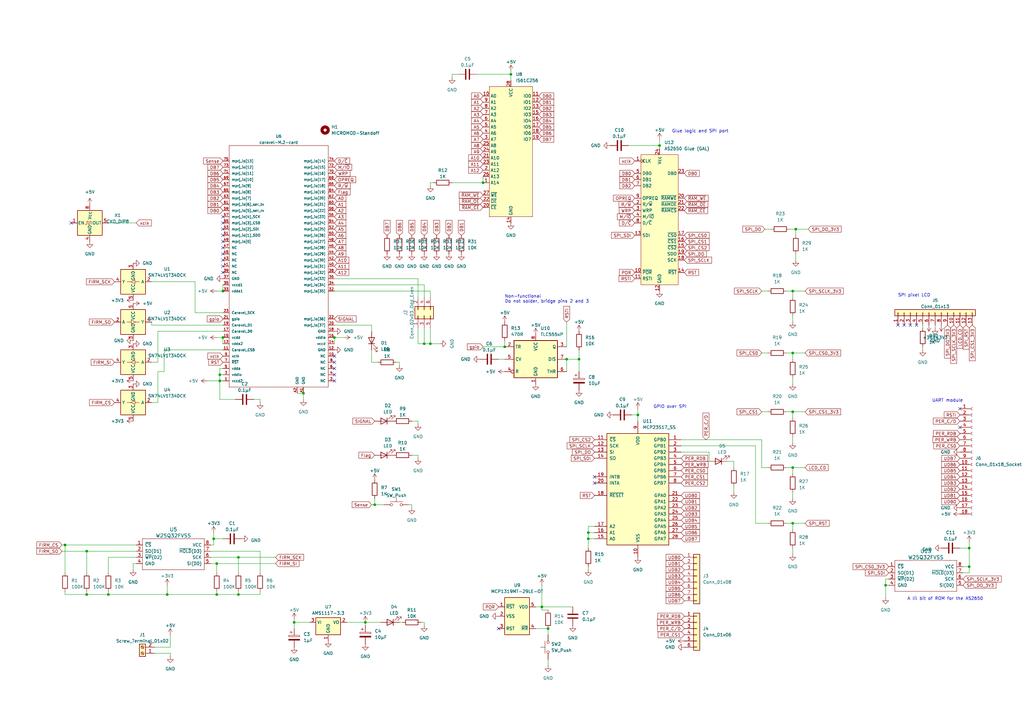
<source format=kicad_sch>
(kicad_sch (version 20230121) (generator eeschema)
  (paper "A3")
  (junction (at 207.01 142.24))
  (junction (at 261.62 170.18))
  (junction (at 325.12 214.63))
  (junction (at 91.44 119.38))
  (junction (at 241.3 218.44))
  (junction (at 222.25 248.92))
  (junction (at 35.56 243.84))
  (junction (at 137.16 138.43))
  (junction (at 44.45 243.84))
  (junction (at 270.51 59.69))
  (junction (at 397.51 232.41))
  (junction (at 35.56 226.06))
  (junction (at 241.3 220.98))
  (junction (at 325.12 191.77))
  (junction (at 97.79 228.6))
  (junction (at 173.99 140.97))
  (junction (at 87.63 220.98))
  (junction (at 91.44 138.43))
  (junction (at 325.12 144.78))
  (junction (at 325.12 168.91))
  (junction (at 198.12 74.93))
  (junction (at 232.41 147.32))
  (junction (at 209.55 30.48))
  (junction (at 363.22 240.03))
  (junction (at 97.79 243.84))
  (junction (at 26.67 223.52))
  (junction (at 237.49 147.32))
  (junction (at 153.67 207.01))
  (junction (at 88.9 243.84))
  (junction (at 397.51 224.79))
  (junction (at 120.65 255.27))
  (junction (at 325.12 119.38))
  (junction (at 90.17 156.21))
  (junction (at 124.46 161.29))
  (junction (at 326.39 93.98))
  (junction (at 149.86 255.27))
  (junction (at 90.17 153.67))
  (junction (at 224.79 257.81))
  (junction (at 88.9 231.14))
  (junction (at 176.53 140.97))
  (junction (at 68.58 243.84))
  (no_connect (at 91.44 101.6))
  (no_connect (at 137.16 148.59))
  (no_connect (at 137.16 153.67))
  (no_connect (at 393.7 167.64))
  (no_connect (at 91.44 111.76))
  (no_connect (at 204.47 257.81))
  (no_connect (at 137.16 151.13))
  (no_connect (at 137.16 146.05))
  (no_connect (at 91.44 99.06))
  (no_connect (at 375.92 133.35))
  (no_connect (at 243.84 195.58))
  (no_connect (at 29.21 91.44))
  (no_connect (at 368.3 133.35))
  (no_connect (at 243.84 198.12))
  (no_connect (at 393.7 175.26))
  (no_connect (at 91.44 91.44))
  (no_connect (at 373.38 133.35))
  (no_connect (at 91.44 109.22))
  (no_connect (at 137.16 156.21))
  (no_connect (at 91.44 104.14))
  (no_connect (at 91.44 93.98))
  (no_connect (at 91.44 88.9))
  (no_connect (at 91.44 106.68))
  (no_connect (at 91.44 96.52))
  (no_connect (at 370.84 133.35))
  (wire (pts (xy 185.42 30.48) (xy 187.96 30.48)))
  (wire (pts (xy 44.45 242.57) (xy 44.45 243.84)))
  (wire (pts (xy 153.67 204.47) (xy 153.67 207.01)))
  (wire (pts (xy 124.46 161.29) (xy 121.92 161.29)))
  (wire (pts (xy 195.58 30.48) (xy 209.55 30.48)))
  (wire (pts (xy 44.45 243.84) (xy 68.58 243.84)))
  (wire (pts (xy 241.3 224.79) (xy 241.3 220.98)))
  (wire (pts (xy 312.42 180.34) (xy 312.42 191.77)))
  (wire (pts (xy 26.67 242.57) (xy 26.67 243.84)))
  (wire (pts (xy 222.25 248.92) (xy 234.95 248.92)))
  (wire (pts (xy 397.51 234.95) (xy 397.51 232.41)))
  (wire (pts (xy 219.71 257.81) (xy 224.79 257.81)))
  (wire (pts (xy 222.25 240.03) (xy 222.25 248.92)))
  (wire (pts (xy 290.83 185.42) (xy 290.83 189.23)))
  (wire (pts (xy 325.12 191.77) (xy 330.2 191.77)))
  (wire (pts (xy 106.68 226.06) (xy 106.68 234.95)))
  (wire (pts (xy 152.4 133.35) (xy 152.4 135.89)))
  (wire (pts (xy 87.63 220.98) (xy 91.44 220.98)))
  (wire (pts (xy 325.12 179.07) (xy 325.12 181.61)))
  (wire (pts (xy 163.83 255.27) (xy 165.1 255.27)))
  (wire (pts (xy 209.55 30.48) (xy 209.55 33.02)))
  (wire (pts (xy 137.16 116.84) (xy 173.99 116.84)))
  (wire (pts (xy 300.99 189.23) (xy 300.99 191.77)))
  (wire (pts (xy 64.77 165.1) (xy 62.23 165.1)))
  (wire (pts (xy 80.01 115.57) (xy 80.01 128.27)))
  (wire (pts (xy 325.12 119.38) (xy 330.2 119.38)))
  (wire (pts (xy 309.88 214.63) (xy 314.96 214.63)))
  (wire (pts (xy 171.45 140.97) (xy 171.45 134.62)))
  (wire (pts (xy 224.79 270.51) (xy 224.79 273.05)))
  (wire (pts (xy 69.85 260.35) (xy 69.85 265.43)))
  (wire (pts (xy 171.45 186.69) (xy 171.45 187.96)))
  (wire (pts (xy 172.72 255.27) (xy 173.99 255.27)))
  (wire (pts (xy 87.63 218.44) (xy 87.63 220.98)))
  (wire (pts (xy 309.88 182.88) (xy 309.88 214.63)))
  (wire (pts (xy 86.36 231.14) (xy 88.9 231.14)))
  (wire (pts (xy 237.49 147.32) (xy 232.41 147.32)))
  (wire (pts (xy 25.4 223.52) (xy 26.67 223.52)))
  (wire (pts (xy 393.7 224.79) (xy 397.51 224.79)))
  (wire (pts (xy 137.16 119.38) (xy 176.53 119.38)))
  (wire (pts (xy 85.09 156.21) (xy 90.17 156.21)))
  (wire (pts (xy 167.64 207.01) (xy 168.91 207.01)))
  (wire (pts (xy 54.61 233.68) (xy 54.61 231.14)))
  (wire (pts (xy 88.9 119.38) (xy 91.44 119.38)))
  (wire (pts (xy 90.17 163.83) (xy 90.17 156.21)))
  (wire (pts (xy 176.53 140.97) (xy 173.99 140.97)))
  (wire (pts (xy 87.63 220.98) (xy 87.63 223.52)))
  (wire (pts (xy 378.46 133.35) (xy 378.46 134.62)))
  (wire (pts (xy 323.85 93.98) (xy 326.39 93.98)))
  (wire (pts (xy 90.17 151.13) (xy 90.17 153.67)))
  (wire (pts (xy 67.31 152.4) (xy 64.77 152.4)))
  (wire (pts (xy 35.56 243.84) (xy 44.45 243.84)))
  (wire (pts (xy 149.86 255.27) (xy 149.86 256.54)))
  (wire (pts (xy 44.45 91.44) (xy 55.88 91.44)))
  (wire (pts (xy 106.68 163.83) (xy 106.68 165.1)))
  (wire (pts (xy 259.08 170.18) (xy 261.62 170.18)))
  (wire (pts (xy 91.44 143.51) (xy 67.31 143.51)))
  (wire (pts (xy 152.4 143.51) (xy 152.4 148.59)))
  (wire (pts (xy 86.36 228.6) (xy 97.79 228.6)))
  (wire (pts (xy 363.22 245.11) (xy 363.22 240.03)))
  (wire (pts (xy 173.99 140.97) (xy 173.99 134.62)))
  (wire (pts (xy 91.44 151.13) (xy 90.17 151.13)))
  (wire (pts (xy 44.45 228.6) (xy 44.45 234.95)))
  (wire (pts (xy 397.51 232.41) (xy 394.97 232.41)))
  (wire (pts (xy 322.58 119.38) (xy 325.12 119.38)))
  (wire (pts (xy 298.45 189.23) (xy 300.99 189.23)))
  (wire (pts (xy 69.85 265.43) (xy 63.5 265.43)))
  (wire (pts (xy 64.77 152.4) (xy 64.77 165.1)))
  (wire (pts (xy 325.12 201.93) (xy 325.12 204.47)))
  (wire (pts (xy 67.31 143.51) (xy 67.31 152.4)))
  (wire (pts (xy 91.44 133.35) (xy 62.23 133.35)))
  (wire (pts (xy 54.61 231.14) (xy 55.88 231.14)))
  (wire (pts (xy 177.8 74.93) (xy 176.53 74.93)))
  (wire (pts (xy 26.67 243.84) (xy 35.56 243.84)))
  (wire (pts (xy 325.12 119.38) (xy 325.12 121.92)))
  (wire (pts (xy 88.9 242.57) (xy 88.9 243.84)))
  (wire (pts (xy 25.4 226.06) (xy 35.56 226.06)))
  (wire (pts (xy 142.24 255.27) (xy 149.86 255.27)))
  (wire (pts (xy 171.45 114.3) (xy 137.16 114.3)))
  (wire (pts (xy 173.99 116.84) (xy 173.99 121.92)))
  (wire (pts (xy 80.01 128.27) (xy 91.44 128.27)))
  (wire (pts (xy 120.65 257.81) (xy 120.65 255.27)))
  (wire (pts (xy 68.58 243.84) (xy 88.9 243.84)))
  (wire (pts (xy 97.79 243.84) (xy 106.68 243.84)))
  (wire (pts (xy 241.3 232.41) (xy 241.3 233.68)))
  (wire (pts (xy 62.23 115.57) (xy 80.01 115.57)))
  (wire (pts (xy 176.53 74.93) (xy 176.53 76.2)))
  (wire (pts (xy 185.42 74.93) (xy 198.12 74.93)))
  (wire (pts (xy 325.12 144.78) (xy 325.12 147.32)))
  (wire (pts (xy 325.12 154.94) (xy 325.12 157.48)))
  (wire (pts (xy 88.9 231.14) (xy 113.03 231.14)))
  (wire (pts (xy 26.67 223.52) (xy 26.67 234.95)))
  (wire (pts (xy 171.45 172.72) (xy 171.45 173.99)))
  (wire (pts (xy 90.17 156.21) (xy 91.44 156.21)))
  (wire (pts (xy 204.47 147.32) (xy 207.01 147.32)))
  (wire (pts (xy 241.3 220.98) (xy 243.84 220.98)))
  (wire (pts (xy 180.34 140.97) (xy 176.53 140.97)))
  (wire (pts (xy 224.79 250.19) (xy 222.25 250.19)))
  (wire (pts (xy 312.42 191.77) (xy 314.96 191.77)))
  (wire (pts (xy 162.56 148.59) (xy 163.83 148.59)))
  (wire (pts (xy 397.51 222.25) (xy 397.51 224.79)))
  (wire (pts (xy 88.9 243.84) (xy 97.79 243.84)))
  (wire (pts (xy 261.62 167.64) (xy 261.62 170.18)))
  (wire (pts (xy 312.42 119.38) (xy 314.96 119.38)))
  (wire (pts (xy 97.79 228.6) (xy 97.79 234.95)))
  (wire (pts (xy 270.51 57.15) (xy 270.51 59.69)))
  (wire (pts (xy 90.17 153.67) (xy 91.44 153.67)))
  (wire (pts (xy 106.68 243.84) (xy 106.68 242.57)))
  (wire (pts (xy 313.69 93.98) (xy 316.23 93.98)))
  (wire (pts (xy 96.52 163.83) (xy 90.17 163.83)))
  (wire (pts (xy 312.42 168.91) (xy 314.96 168.91)))
  (wire (pts (xy 325.12 168.91) (xy 325.12 171.45)))
  (wire (pts (xy 270.51 59.69) (xy 270.51 60.96)))
  (wire (pts (xy 55.88 223.52) (xy 26.67 223.52)))
  (wire (pts (xy 97.79 228.6) (xy 113.03 228.6)))
  (wire (pts (xy 171.45 121.92) (xy 171.45 114.3)))
  (wire (pts (xy 35.56 242.57) (xy 35.56 243.84)))
  (wire (pts (xy 198.12 74.93) (xy 198.12 72.39)))
  (wire (pts (xy 64.77 148.59) (xy 62.23 148.59)))
  (wire (pts (xy 209.55 29.21) (xy 209.55 30.48)))
  (wire (pts (xy 326.39 104.14) (xy 326.39 106.68)))
  (wire (pts (xy 35.56 226.06) (xy 35.56 234.95)))
  (wire (pts (xy 137.16 133.35) (xy 152.4 133.35)))
  (wire (pts (xy 397.51 224.79) (xy 397.51 232.41)))
  (wire (pts (xy 88.9 231.14) (xy 88.9 234.95)))
  (wire (pts (xy 363.22 240.03) (xy 364.49 240.03)))
  (wire (pts (xy 168.91 172.72) (xy 171.45 172.72)))
  (wire (pts (xy 300.99 199.39) (xy 300.99 201.93)))
  (wire (pts (xy 261.62 170.18) (xy 261.62 172.72)))
  (wire (pts (xy 91.44 119.38) (xy 91.44 116.84)))
  (wire (pts (xy 378.46 142.24) (xy 378.46 143.51)))
  (wire (pts (xy 232.41 147.32) (xy 232.41 152.4)))
  (wire (pts (xy 326.39 93.98) (xy 331.47 93.98)))
  (wire (pts (xy 325.12 144.78) (xy 330.2 144.78)))
  (wire (pts (xy 257.81 59.69) (xy 270.51 59.69)))
  (wire (pts (xy 383.54 133.35) (xy 383.54 134.62)))
  (wire (pts (xy 64.77 135.89) (xy 64.77 148.59)))
  (wire (pts (xy 325.12 214.63) (xy 330.2 214.63)))
  (wire (pts (xy 163.83 148.59) (xy 163.83 149.86)))
  (wire (pts (xy 176.53 140.97) (xy 176.53 134.62)))
  (wire (pts (xy 325.12 214.63) (xy 325.12 217.17)))
  (wire (pts (xy 325.12 129.54) (xy 325.12 132.08)))
  (wire (pts (xy 237.49 147.32) (xy 237.49 152.4)))
  (wire (pts (xy 152.4 148.59) (xy 154.94 148.59)))
  (wire (pts (xy 69.85 267.97) (xy 63.5 267.97)))
  (wire (pts (xy 68.58 240.03) (xy 68.58 243.84)))
  (wire (pts (xy 241.3 218.44) (xy 243.84 218.44)))
  (wire (pts (xy 237.49 143.51) (xy 237.49 147.32)))
  (wire (pts (xy 120.65 255.27) (xy 127 255.27)))
  (wire (pts (xy 224.79 257.81) (xy 224.79 260.35)))
  (wire (pts (xy 140.97 138.43) (xy 137.16 138.43)))
  (wire (pts (xy 87.63 223.52) (xy 86.36 223.52)))
  (wire (pts (xy 322.58 168.91) (xy 325.12 168.91)))
  (wire (pts (xy 279.4 180.34) (xy 312.42 180.34)))
  (wire (pts (xy 222.25 248.92) (xy 219.71 248.92)))
  (wire (pts (xy 207.01 139.7) (xy 207.01 142.24)))
  (wire (pts (xy 322.58 144.78) (xy 325.12 144.78)))
  (wire (pts (xy 222.25 250.19) (xy 222.25 248.92)))
  (wire (pts (xy 241.3 215.9) (xy 243.84 215.9)))
  (wire (pts (xy 91.44 135.89) (xy 64.77 135.89)))
  (wire (pts (xy 241.3 218.44) (xy 241.3 215.9)))
  (wire (pts (xy 325.12 191.77) (xy 325.12 194.31)))
  (wire (pts (xy 88.9 138.43) (xy 91.44 138.43)))
  (wire (pts (xy 137.16 138.43) (xy 137.16 140.97)))
  (wire (pts (xy 185.42 31.75) (xy 185.42 30.48)))
  (wire (pts (xy 124.46 163.83) (xy 124.46 161.29)))
  (wire (pts (xy 104.14 163.83) (xy 106.68 163.83)))
  (wire (pts (xy 55.88 226.06) (xy 35.56 226.06)))
  (wire (pts (xy 153.67 207.01) (xy 152.4 207.01)))
  (wire (pts (xy 322.58 214.63) (xy 325.12 214.63)))
  (wire (pts (xy 168.91 207.01) (xy 168.91 208.28)))
  (wire (pts (xy 394.97 234.95) (xy 397.51 234.95)))
  (wire (pts (xy 120.65 254) (xy 120.65 255.27)))
  (wire (pts (xy 149.86 255.27) (xy 156.21 255.27)))
  (wire (pts (xy 86.36 226.06) (xy 106.68 226.06)))
  (wire (pts (xy 69.85 269.24) (xy 69.85 267.97)))
  (wire (pts (xy 55.88 228.6) (xy 44.45 228.6)))
  (wire (pts (xy 168.91 186.69) (xy 171.45 186.69)))
  (wire (pts (xy 325.12 168.91) (xy 330.2 168.91)))
  (wire (pts (xy 232.41 132.08) (xy 232.41 142.24)))
  (wire (pts (xy 322.58 191.77) (xy 325.12 191.77)))
  (wire (pts (xy 363.22 240.03) (xy 363.22 237.49)))
  (wire (pts (xy 176.53 119.38) (xy 176.53 121.92)))
  (wire (pts (xy 90.17 153.67) (xy 90.17 156.21)))
  (wire (pts (xy 363.22 237.49) (xy 364.49 237.49)))
  (wire (pts (xy 173.99 140.97) (xy 171.45 140.97)))
  (wire (pts (xy 312.42 144.78) (xy 314.96 144.78)))
  (wire (pts (xy 62.23 133.35) (xy 62.23 132.08)))
  (wire (pts (xy 153.67 207.01) (xy 157.48 207.01)))
  (wire (pts (xy 326.39 93.98) (xy 326.39 96.52)))
  (wire (pts (xy 241.3 220.98) (xy 241.3 218.44)))
  (wire (pts (xy 279.4 182.88) (xy 309.88 182.88)))
  (wire (pts (xy 91.44 138.43) (xy 91.44 140.97)))
  (wire (pts (xy 325.12 224.79) (xy 325.12 227.33)))
  (wire (pts (xy 198.12 142.24) (xy 207.01 142.24)))
  (wire (pts (xy 279.4 185.42) (xy 290.83 185.42)))
  (wire (pts (xy 173.99 255.27) (xy 173.99 256.54)))
  (wire (pts (xy 97.79 242.57) (xy 97.79 243.84)))
  (text "Glue logic and SPI port" (at 275.59 54.61 0) (effects (font (size 1.27 1.27)) (justify left bottom)))
  (text "GPIO over SPI" (at 267.97 167.64 0) (effects (font (size 1.27 1.27)) (justify left bottom)))
  (text "Non-functional\nDo not solder, bridge pins 2 and 3" (at 207.01 124.46 0) (effects (font (size 1.27 1.27)) (justify left bottom)))
  (text "SPI pixel LCD" (at 368.3 121.92 0) (effects (font (size 1.27 1.27)) (justify left bottom)))
  (text "UART module" (at 382.27 165.1 0) (effects (font (size 1.27 1.27)) (justify left bottom)))
  (text "A lil bit of ROM for the AS2650" (at 372.11 246.38 0) (effects (font (size 1.27 1.27)) (justify left bottom)))
  (global_label "DB3" (shape input) (at 179.07 96.52 90) (property "Intersheetrefs" "${INTERSHEET_REFS}" (effects hide)))
  (global_label "M{slash}~{IO}" (shape input) (at 137.16 68.58 0) (property "Intersheetrefs" "${INTERSHEET_REFS}" (effects hide)))
  (global_label "SPI_DO" (shape input) (at 280.67 104.14 0) (property "Intersheetrefs" "${INTERSHEET_REFS}" (effects hide)))
  (global_label "PER_WRB" (shape input) (at 393.7 180.34 180) (property "Intersheetrefs" "${INTERSHEET_REFS}" (effects hide)))
  (global_label "SPI_CS1" (shape input) (at 280.67 99.06 0) (property "Intersheetrefs" "${INTERSHEET_REFS}" (effects hide)))
  (global_label "DB5" (shape input) (at 91.44 73.66 180) (property "Intersheetrefs" "${INTERSHEET_REFS}" (effects hide)))
  (global_label "A1" (shape input) (at 137.16 83.82 0) (property "Intersheetrefs" "${INTERSHEET_REFS}" (effects hide)))
  (global_label "A6" (shape input) (at 198.12 54.61 180) (property "Intersheetrefs" "${INTERSHEET_REFS}" (effects hide)))
  (global_label "SPI_SCLK" (shape input) (at 312.42 119.38 180) (property "Intersheetrefs" "${INTERSHEET_REFS}" (effects hide)))
  (global_label "SIGNAL" (shape input) (at 153.67 172.72 180) (property "Intersheetrefs" "${INTERSHEET_REFS}" (effects hide)))
  (global_label "PER_C{slash}D" (shape input) (at 393.7 172.72 180) (property "Intersheetrefs" "${INTERSHEET_REFS}" (effects hide)))
  (global_label "WRP" (shape input) (at 137.16 71.12 0) (property "Intersheetrefs" "${INTERSHEET_REFS}" (effects hide)))
  (global_label "SPI_CS1" (shape input) (at 312.42 168.91 180) (property "Intersheetrefs" "${INTERSHEET_REFS}" (effects hide)))
  (global_label "A12" (shape input) (at 137.16 111.76 0) (property "Intersheetrefs" "${INTERSHEET_REFS}" (effects hide)))
  (global_label "DB4" (shape input) (at 173.99 96.52 90) (property "Intersheetrefs" "${INTERSHEET_REFS}" (effects hide)))
  (global_label "DB5" (shape input) (at 168.91 96.52 90) (property "Intersheetrefs" "${INTERSHEET_REFS}" (effects hide)))
  (global_label "WRP" (shape input) (at 260.35 86.36 180) (property "Intersheetrefs" "${INTERSHEET_REFS}" (effects hide)))
  (global_label "SPI_SCLK_3V3" (shape input) (at 391.16 133.35 270) (property "Intersheetrefs" "${INTERSHEET_REFS}" (effects hide)))
  (global_label "SPI_CS0" (shape input) (at 312.42 144.78 180) (property "Intersheetrefs" "${INTERSHEET_REFS}" (effects hide)))
  (global_label "RST" (shape input) (at 243.84 203.2 180) (property "Intersheetrefs" "${INTERSHEET_REFS}" (effects hide)))
  (global_label "D{slash}~{C}" (shape input) (at 260.35 91.44 180) (property "Intersheetrefs" "${INTERSHEET_REFS}" (effects hide)))
  (global_label "A5" (shape input) (at 137.16 93.98 0) (property "Intersheetrefs" "${INTERSHEET_REFS}" (effects hide)))
  (global_label "~{RAM_CE}" (shape input) (at 280.67 86.36 0) (property "Intersheetrefs" "${INTERSHEET_REFS}" (effects hide)))
  (global_label "UDB2" (shape input) (at 393.7 200.66 180) (property "Intersheetrefs" "${INTERSHEET_REFS}" (effects hide)))
  (global_label "UDB4" (shape input) (at 280.67 238.76 180) (property "Intersheetrefs" "${INTERSHEET_REFS}" (effects hide)))
  (global_label "A11" (shape input) (at 198.12 67.31 180) (property "Intersheetrefs" "${INTERSHEET_REFS}" (effects hide)))
  (global_label "~{RAM_OE}" (shape input) (at 198.12 82.55 180) (property "Intersheetrefs" "${INTERSHEET_REFS}" (effects hide)))
  (global_label "UDB4" (shape input) (at 279.4 213.36 0) (property "Intersheetrefs" "${INTERSHEET_REFS}" (effects hide)))
  (global_label "DB7" (shape input) (at 91.44 68.58 180) (property "Intersheetrefs" "${INTERSHEET_REFS}" (effects hide)))
  (global_label "FIRM_SO" (shape input) (at 46.99 132.08 180) (property "Intersheetrefs" "${INTERSHEET_REFS}" (effects hide)))
  (global_label "LCD_CD" (shape input) (at 393.7 133.35 270) (property "Intersheetrefs" "${INTERSHEET_REFS}" (effects hide)))
  (global_label "UDB7" (shape input) (at 279.4 220.98 0) (property "Intersheetrefs" "${INTERSHEET_REFS}" (effects hide)))
  (global_label "A7" (shape input) (at 198.12 57.15 180) (property "Intersheetrefs" "${INTERSHEET_REFS}" (effects hide)))
  (global_label "FIRM_SI" (shape input) (at 113.03 231.14 0) (property "Intersheetrefs" "${INTERSHEET_REFS}" (effects hide)))
  (global_label "DB5" (shape input) (at 220.98 52.07 0) (property "Intersheetrefs" "${INTERSHEET_REFS}" (effects hide)))
  (global_label "A8" (shape input) (at 137.16 101.6 0) (property "Intersheetrefs" "${INTERSHEET_REFS}" (effects hide)))
  (global_label "A10" (shape input) (at 198.12 64.77 180) (property "Intersheetrefs" "${INTERSHEET_REFS}" (effects hide)))
  (global_label "UDB3" (shape input) (at 279.4 210.82 0) (property "Intersheetrefs" "${INTERSHEET_REFS}" (effects hide)))
  (global_label "UDB5" (shape input) (at 393.7 193.04 180) (property "Intersheetrefs" "${INTERSHEET_REFS}" (effects hide)))
  (global_label "DB1" (shape input) (at 260.35 73.66 180) (property "Intersheetrefs" "${INTERSHEET_REFS}" (effects hide)))
  (global_label "Flag" (shape input) (at 153.67 186.69 180) (property "Intersheetrefs" "${INTERSHEET_REFS}" (effects hide)))
  (global_label "SPI_CS0_3V3" (shape input) (at 364.49 232.41 180) (property "Intersheetrefs" "${INTERSHEET_REFS}" (effects hide)))
  (global_label "FIRM_CS" (shape input) (at 46.99 165.1 180) (property "Intersheetrefs" "${INTERSHEET_REFS}" (effects hide)))
  (global_label "SPI_SCLK" (shape input) (at 243.84 182.88 180) (property "Intersheetrefs" "${INTERSHEET_REFS}" (effects hide)))
  (global_label "RSTI" (shape input) (at 393.7 170.18 180) (property "Intersheetrefs" "${INTERSHEET_REFS}" (effects hide)))
  (global_label "D{slash}~{C}" (shape input) (at 137.16 66.04 0) (property "Intersheetrefs" "${INTERSHEET_REFS}" (effects hide)))
  (global_label "PER_C{slash}D" (shape input) (at 289.56 180.34 90) (property "Intersheetrefs" "${INTERSHEET_REFS}" (effects hide)))
  (global_label "DB0" (shape input) (at 260.35 71.12 180) (property "Intersheetrefs" "${INTERSHEET_REFS}" (effects hide)))
  (global_label "SPI_DO_3V3" (shape input) (at 388.62 133.35 270) (property "Intersheetrefs" "${INTERSHEET_REFS}" (effects hide)))
  (global_label "SPI_DO" (shape input) (at 313.69 93.98 180) (property "Intersheetrefs" "${INTERSHEET_REFS}" (effects hide)))
  (global_label "SPI_SDI" (shape input) (at 364.49 234.95 180) (property "Intersheetrefs" "${INTERSHEET_REFS}" (effects hide)))
  (global_label "POR" (shape input) (at 260.35 111.76 180) (property "Intersheetrefs" "${INTERSHEET_REFS}" (effects hide)))
  (global_label "PER_RDB" (shape input) (at 280.67 252.73 180) (property "Intersheetrefs" "${INTERSHEET_REFS}" (effects hide)))
  (global_label "~{RAM_CE}" (shape input) (at 198.12 85.09 180) (property "Intersheetrefs" "${INTERSHEET_REFS}" (effects hide)))
  (global_label "SPI_SDI" (shape input) (at 260.35 96.52 180) (property "Intersheetrefs" "${INTERSHEET_REFS}" (effects hide)))
  (global_label "OPREQ" (shape input) (at 260.35 81.28 180) (property "Intersheetrefs" "${INTERSHEET_REFS}" (effects hide)))
  (global_label "A8" (shape input) (at 198.12 59.69 180) (property "Intersheetrefs" "${INTERSHEET_REFS}" (effects hide)))
  (global_label "PER_CS0" (shape input) (at 393.7 182.88 180) (property "Intersheetrefs" "${INTERSHEET_REFS}" (effects hide)))
  (global_label "UDB1" (shape input) (at 393.7 203.2 180) (property "Intersheetrefs" "${INTERSHEET_REFS}" (effects hide)))
  (global_label "A3" (shape input) (at 198.12 46.99 180) (property "Intersheetrefs" "${INTERSHEET_REFS}" (effects hide)))
  (global_label "Sense" (shape input) (at 91.44 66.04 180) (property "Intersheetrefs" "${INTERSHEET_REFS}" (effects hide)))
  (global_label "DB4" (shape input) (at 91.44 76.2 180) (property "Intersheetrefs" "${INTERSHEET_REFS}" (effects hide)))
  (global_label "DB2" (shape input) (at 220.98 44.45 0) (property "Intersheetrefs" "${INTERSHEET_REFS}" (effects hide)))
  (global_label "RST" (shape input) (at 91.44 148.59 180) (property "Intersheetrefs" "${INTERSHEET_REFS}" (effects hide)))
  (global_label "Sense" (shape input) (at 152.4 207.01 180) (property "Intersheetrefs" "${INTERSHEET_REFS}" (effects hide)))
  (global_label "FIRM_SI" (shape input) (at 46.99 148.59 180) (property "Intersheetrefs" "${INTERSHEET_REFS}" (effects hide)))
  (global_label "UDB0" (shape input) (at 280.67 228.6 180) (property "Intersheetrefs" "${INTERSHEET_REFS}" (effects hide)))
  (global_label "DB0" (shape input) (at 220.98 39.37 0) (property "Intersheetrefs" "${INTERSHEET_REFS}" (effects hide)))
  (global_label "LCD_CD" (shape input) (at 330.2 191.77 0) (property "Intersheetrefs" "${INTERSHEET_REFS}" (effects hide)))
  (global_label "M{slash}~{IO}" (shape input) (at 260.35 88.9 180) (property "Intersheetrefs" "${INTERSHEET_REFS}" (effects hide)))
  (global_label "UDB6" (shape input) (at 279.4 218.44 0) (property "Intersheetrefs" "${INTERSHEET_REFS}" (effects hide)))
  (global_label "FIRM_SCK" (shape input) (at 46.99 115.57 180) (property "Intersheetrefs" "${INTERSHEET_REFS}" (effects hide)))
  (global_label "DB7" (shape input) (at 158.75 96.52 90) (property "Intersheetrefs" "${INTERSHEET_REFS}" (effects hide)))
  (global_label "A9" (shape input) (at 137.16 104.14 0) (property "Intersheetrefs" "${INTERSHEET_REFS}" (effects hide)))
  (global_label "PER_RDB" (shape input) (at 279.4 187.96 0) (property "Intersheetrefs" "${INTERSHEET_REFS}" (effects hide)))
  (global_label "~{RAM_WE}" (shape input) (at 198.12 80.01 180) (property "Intersheetrefs" "${INTERSHEET_REFS}" (effects hide)))
  (global_label "SPI_SCLK_3V3" (shape input) (at 394.97 237.49 0) (property "Intersheetrefs" "${INTERSHEET_REFS}" (effects hide)))
  (global_label "SPI_CS0_3V3" (shape input) (at 330.2 144.78 0) (property "Intersheetrefs" "${INTERSHEET_REFS}" (effects hide)))
  (global_label "A0" (shape input) (at 198.12 39.37 180) (property "Intersheetrefs" "${INTERSHEET_REFS}" (effects hide)))
  (global_label "SPI_RST" (shape input) (at 330.2 214.63 0) (property "Intersheetrefs" "${INTERSHEET_REFS}" (effects hide)))
  (global_label "UDB5" (shape input) (at 279.4 215.9 0) (property "Intersheetrefs" "${INTERSHEET_REFS}" (effects hide)))
  (global_label "FIRM_SO" (shape input) (at 25.4 226.06 180) (property "Intersheetrefs" "${INTERSHEET_REFS}" (effects hide)))
  (global_label "DB4" (shape input) (at 220.98 49.53 0) (property "Intersheetrefs" "${INTERSHEET_REFS}" (effects hide)))
  (global_label "xclk" (shape input) (at 260.35 66.04 180) (property "Intersheetrefs" "${INTERSHEET_REFS}" (effects hide)))
  (global_label "xclk" (shape input) (at 55.88 91.44 0) (property "Intersheetrefs" "${INTERSHEET_REFS}" (effects hide)))
  (global_label "UDB0" (shape input) (at 279.4 203.2 0) (property "Intersheetrefs" "${INTERSHEET_REFS}" (effects hide)))
  (global_label "A7" (shape input) (at 137.16 99.06 0) (property "Intersheetrefs" "${INTERSHEET_REFS}" (effects hide)))
  (global_label "DB6" (shape input) (at 91.44 71.12 180) (property "Intersheetrefs" "${INTERSHEET_REFS}" (effects hide)))
  (global_label "UDB7" (shape input) (at 280.67 246.38 180) (property "Intersheetrefs" "${INTERSHEET_REFS}" (effects hide)))
  (global_label "SPI_DO_3V3" (shape input) (at 331.47 93.98 0) (property "Intersheetrefs" "${INTERSHEET_REFS}" (effects hide)))
  (global_label "DB1" (shape input) (at 91.44 83.82 180) (property "Intersheetrefs" "${INTERSHEET_REFS}" (effects hide)))
  (global_label "DB0" (shape input) (at 91.44 86.36 180) (property "Intersheetrefs" "${INTERSHEET_REFS}" (effects hide)))
  (global_label "UDB3" (shape input) (at 393.7 198.12 180) (property "Intersheetrefs" "${INTERSHEET_REFS}" (effects hide)))
  (global_label "UDB7" (shape input) (at 393.7 187.96 180) (property "Intersheetrefs" "${INTERSHEET_REFS}" (effects hide)))
  (global_label "PER_CS2" (shape input) (at 279.4 198.12 0) (property "Intersheetrefs" "${INTERSHEET_REFS}" (effects hide)))
  (global_label "A4" (shape input) (at 137.16 91.44 0) (property "Intersheetrefs" "${INTERSHEET_REFS}" (effects hide)))
  (global_label "SPI_SDI" (shape input) (at 243.84 187.96 180) (property "Intersheetrefs" "${INTERSHEET_REFS}" (effects hide)))
  (global_label "DB0" (shape input) (at 280.67 71.12 0) (property "Intersheetrefs" "${INTERSHEET_REFS}" (effects hide)))
  (global_label "UDB6" (shape input) (at 393.7 190.5 180) (property "Intersheetrefs" "${INTERSHEET_REFS}" (effects hide)))
  (global_label "A3" (shape input) (at 137.16 88.9 0) (property "Intersheetrefs" "${INTERSHEET_REFS}" (effects hide)))
  (global_label "UDB6" (shape input) (at 280.67 243.84 180) (property "Intersheetrefs" "${INTERSHEET_REFS}" (effects hide)))
  (global_label "Flag" (shape input) (at 137.16 78.74 0) (property "Intersheetrefs" "${INTERSHEET_REFS}" (effects hide)))
  (global_label "UDB1" (shape input) (at 279.4 205.74 0) (property "Intersheetrefs" "${INTERSHEET_REFS}" (effects hide)))
  (global_label "DB2" (shape input) (at 91.44 81.28 180) (property "Intersheetrefs" "${INTERSHEET_REFS}" (effects hide)))
  (global_label "PER_C{slash}D" (shape input) (at 280.67 257.81 180) (property "Intersheetrefs" "${INTERSHEET_REFS}" (effects hide)))
  (global_label "A10" (shape input) (at 137.16 106.68 0) (property "Intersheetrefs" "${INTERSHEET_REFS}" (effects hide)))
  (global_label "A5" (shape input) (at 198.12 52.07 180) (property "Intersheetrefs" "${INTERSHEET_REFS}" (effects hide)))
  (global_label "SPI_CS2" (shape input) (at 243.84 180.34 180) (property "Intersheetrefs" "${INTERSHEET_REFS}" (effects hide)))
  (global_label "DB6" (shape input) (at 163.83 96.52 90) (property "Intersheetrefs" "${INTERSHEET_REFS}" (effects hide)))
  (global_label "A4" (shape input) (at 198.12 49.53 180) (property "Intersheetrefs" "${INTERSHEET_REFS}" (effects hide)))
  (global_label "xclk" (shape input) (at 91.44 146.05 180) (property "Intersheetrefs" "${INTERSHEET_REFS}" (effects hide)))
  (global_label "OPREQ" (shape input) (at 137.16 73.66 0) (property "Intersheetrefs" "${INTERSHEET_REFS}" (effects hide)))
  (global_label "gpio" (shape input) (at 91.44 130.81 180) (property "Intersheetrefs" "${INTERSHEET_REFS}" (effects hide)))
  (global_label "FIRM_CS" (shape input) (at 25.4 223.52 180) (property "Intersheetrefs" "${INTERSHEET_REFS}" (effects hide)))
  (global_label "A0" (shape input) (at 137.16 81.28 0) (property "Intersheetrefs" "${INTERSHEET_REFS}" (effects hide)))
  (global_label "SPI_SCLK_3V3" (shape input) (at 330.2 119.38 0) (property "Intersheetrefs" "${INTERSHEET_REFS}" (effects hide)))
  (global_label "A6" (shape input) (at 137.16 96.52 0) (property "Intersheetrefs" "${INTERSHEET_REFS}" (effects hide)))
  (global_label "UDB0" (shape input) (at 393.7 205.74 180) (property "Intersheetrefs" "${INTERSHEET_REFS}" (effects hide)))
  (global_label "UDB1" (shape input) (at 280.67 231.14 180) (property "Intersheetrefs" "${INTERSHEET_REFS}" (effects hide)))
  (global_label "~{RAM_WE}" (shape input) (at 280.67 81.28 0) (property "Intersheetrefs" "${INTERSHEET_REFS}" (effects hide)))
  (global_label "A12" (shape input) (at 198.12 69.85 180) (property "Intersheetrefs" "${INTERSHEET_REFS}" (effects hide)))
  (global_label "SPI_DO_3V3" (shape input) (at 394.97 240.03 0) (property "Intersheetrefs" "${INTERSHEET_REFS}" (effects hide)))
  (global_label "PER_WRB" (shape input) (at 279.4 190.5 0) (property "Intersheetrefs" "${INTERSHEET_REFS}" (effects hide)))
  (global_label "A2" (shape input) (at 198.12 44.45 180) (property "Intersheetrefs" "${INTERSHEET_REFS}" (effects hide)))
  (global_label "PER_CS1" (shape input) (at 280.67 260.35 180) (property "Intersheetrefs" "${INTERSHEET_REFS}" (effects hide)))
  (global_label "PER_RDB" (shape input) (at 393.7 177.8 180) (property "Intersheetrefs" "${INTERSHEET_REFS}" (effects hide)))
  (global_label "gpio" (shape input) (at 198.12 142.24 180) (property "Intersheetrefs" "${INTERSHEET_REFS}" (effects hide)))
  (global_label "A9" (shape input) (at 198.12 62.23 180) (property "Intersheetrefs" "${INTERSHEET_REFS}" (effects hide)))
  (global_label "SPI_CS1_3V3" (shape input) (at 330.2 168.91 0) (property "Intersheetrefs" "${INTERSHEET_REFS}" (effects hide)))
  (global_label "DB3" (shape input) (at 220.98 46.99 0) (property "Intersheetrefs" "${INTERSHEET_REFS}" (effects hide)))
  (global_label "SPI_DO" (shape input) (at 243.84 185.42 180) (property "Intersheetrefs" "${INTERSHEET_REFS}" (effects hide)))
  (global_label "DB2" (shape input) (at 184.15 96.52 90) (property "Intersheetrefs" "${INTERSHEET_REFS}" (effects hide)))
  (global_label "PER_CS0" (shape input) (at 279.4 193.04 0) (property "Intersheetrefs" "${INTERSHEET_REFS}" (effects hide)))
  (global_label "DB3" (shape input) (at 91.44 78.74 180) (property "Intersheetrefs" "${INTERSHEET_REFS}" (effects hide)))
  (global_label "PER_CS1" (shape input) (at 279.4 195.58 0) (property "Intersheetrefs" "${INTERSHEET_REFS}" (effects hide)))
  (global_label "UDB2" (shape input) (at 279.4 208.28 0) (property "Intersheetrefs" "${INTERSHEET_REFS}" (effects hide)))
  (global_label "SPI_SCLK" (shape input) (at 280.67 106.68 0) (property "Intersheetrefs" "${INTERSHEET_REFS}" (effects hide)))
  (global_label "UDB4" (shape input) (at 393.7 195.58 180) (property "Intersheetrefs" "${INTERSHEET_REFS}" (effects hide)))
  (global_label "A2" (shape input) (at 137.16 86.36 0) (property "Intersheetrefs" "${INTERSHEET_REFS}" (effects hide)))
  (global_label "UDB3" (shape input) (at 280.67 236.22 180) (property "Intersheetrefs" "${INTERSHEET_REFS}" (effects hide)))
  (global_label "~{RAM_OE}" (shape input) (at 280.67 83.82 0) (property "Intersheetrefs" "${INTERSHEET_REFS}" (effects hide)))
  (global_label "A1" (shape input) (at 198.12 41.91 180) (property "Intersheetrefs" "${INTERSHEET_REFS}" (effects hide)))
  (global_label "SIGNAL" (shape input) (at 137.16 130.81 0) (property "Intersheetrefs" "${INTERSHEET_REFS}" (effects hide)))
  (global_label "POR" (shape input) (at 204.47 248.92 180) (property "Intersheetrefs" "${INTERSHEET_REFS}" (effects hide)))
  (global_label "DB1" (shape input) (at 220.98 41.91 0) (property "Intersheetrefs" "${INTERSHEET_REFS}" (effects hide)))
  (global_label "DB1" (shape input) (at 189.23 96.52 90) (property "Intersheetrefs" "${INTERSHEET_REFS}" (effects hide)))
  (global_label "A11" (shape input) (at 137.16 109.22 0) (property "Intersheetrefs" "${INTERSHEET_REFS}" (effects hide)))
  (global_label "UDB2" (shape input) (at 280.67 233.68 180) (property "Intersheetrefs" "${INTERSHEET_REFS}" (effects hide)))
  (global_label "UDB5" (shape input) (at 280.67 241.3 180) (property "Intersheetrefs" "${INTERSHEET_REFS}" (effects hide)))
  (global_label "DB2" (shape input) (at 260.35 76.2 180) (property "Intersheetrefs" "${INTERSHEET_REFS}" (effects hide)))
  (global_label "R{slash}~{W}" (shape input) (at 137.16 76.2 0) (property "Intersheetrefs" "${INTERSHEET_REFS}" (effects hide)))
  (global_label "SPI_CS0" (shape input) (at 280.67 96.52 0) (property "Intersheetrefs" "${INTERSHEET_REFS}" (effects hide)))
  (global_label "SPI_CS2" (shape input) (at 280.67 101.6 0) (property "Intersheetrefs" "${INTERSHEET_REFS}" (effects hide)))
  (global_label "RSTI" (shape input) (at 260.35 114.3 180) (property "Intersheetrefs" "${INTERSHEET_REFS}" (effects hide)))
  (global_label "SPI_RST" (shape input) (at 396.24 133.35 270) (property "Intersheetrefs" "${INTERSHEET_REFS}" (effects hide)))
  (global_label "SPI_CS1_3V3" (shape input) (at 398.78 133.35 270) (property "Intersheetrefs" "${INTERSHEET_REFS}" (effects hide)))
  (global_label "DB6" (shape input) (at 220.98 54.61 0) (property "Intersheetrefs" "${INTERSHEET_REFS}" (effects hide)))
  (global_label "RST" (shape input) (at 280.67 111.76 0) (property "Intersheetrefs" "${INTERSHEET_REFS}" (effects hide)))
  (global_label "FIRM_SCK" (shape input) (at 113.03 228.6 0) (property "Intersheetrefs" "${INTERSHEET_REFS}" (effects hide)))
  (global_label "R{slash}~{W}" (shape input) (at 260.35 83.82 180) (property "Intersheetrefs" "${INTERSHEET_REFS}" (effects hide)))
  (global_label "PER_WRB" (shape input) (at 280.67 255.27 180) (property "Intersheetrefs" "${INTERSHEET_REFS}" (effects hide)))
  (global_label "RSTI" (shape input) (at 232.41 132.08 90) (property "Intersheetrefs" "${INTERSHEET_REFS}" (effects hide)))
  (global_label "DB7" (shape input) (at 220.98 57.15 0) (property "Intersheetrefs" "${INTERSHEET_REFS}" (effects hide)))
  (symbol (lib_id "Device:R") (at 325.12 175.26 180) (unit 1)
    (property "Reference" "R26" (at 327.66 174.625 0) (effects (justify right)))
    (property "Value" "1K" (at 327.66 177.165 0) (effects (justify right)))
    (property "Footprint" "Resistor_SMD:R_1206_3216Metric_Pad1.30x1.75mm_HandSolder" (effects hide))
  )
  (symbol (lib_id "power:+5V") (at 140.97 138.43 270) (unit 1)
    (property "Reference" "#PWR028" (effects hide))
    (property "Value" "+5V" (at 144.78 138.43 90) (effects (justify left)))
  )
  (symbol (lib_id "power:+3V3") (at 87.63 218.44 0) (unit 1)
    (property "Reference" "#PWR016" (effects hide))
    (property "Value" "+3V3" (at 87.63 214.63 0))
  )
  (symbol (lib_id "Device:R") (at 44.45 238.76 0) (unit 1)
    (property "Reference" "R3" (at 46.99 238.125 0) (effects (justify left)))
    (property "Value" "10K" (at 46.99 240.665 0) (effects (justify left)))
    (property "Footprint" "Resistor_SMD:R_1206_3216Metric_Pad1.30x1.75mm_HandSolder" (effects hide))
  )
  (symbol (lib_id "power:+5V") (at 237.49 135.89 0) (unit 1)
    (property "Reference" "#PWR052" (effects hide))
    (property "Value" "+5V" (at 237.49 132.08 0))
  )
  (symbol (lib_id "Caravel_board:caravel-M.2-card") (at 114.3 113.03 0) (unit 1)
    (property "Reference" "U6" (at 114.3 55.88 0) (effects (font (size 1.143 1.143))))
    (property "Value" "caravel-M.2-card" (at 114.3 58.42 0) (effects (font (size 1.143 1.143))))
    (property "Footprint" "MicroMod-Sparkfun:M.2-CONNECTOR-E" (effects hide))
  )
  (symbol (lib_id "Device:R") (at 300.99 195.58 180) (unit 1)
    (property "Reference" "R17" (at 303.53 194.31 0) (effects (justify right)))
    (property "Value" "1K" (at 303.53 196.85 0) (effects (justify right)))
    (property "Footprint" "Resistor_SMD:R_1206_3216Metric_Pad1.30x1.75mm_HandSolder" (effects hide))
  )
  (symbol (lib_id "Device:C") (at 389.89 224.79 90) (unit 1)
    (property "Reference" "C11" (at 389.89 218.44 90))
    (property "Value" "0.1µF" (at 389.89 220.98 90))
    (property "Footprint" "Capacitor_SMD:C_1206_3216Metric_Pad1.33x1.80mm_HandSolder" (effects hide))
  )
  (symbol (lib_id "power:GND") (at 54.61 107.95 90) (unit 1)
    (property "Reference" "#PWR03" (effects hide))
    (property "Value" "GND" (at 58.42 107.95 90) (effects (justify right)))
  )
  (symbol (lib_id "power:GND") (at 204.47 252.73 270) (unit 1)
    (property "Reference" "#PWR041" (effects hide))
    (property "Value" "GND" (at 200.66 252.73 90) (effects (justify right)))
  )
  (symbol (lib_id "power:GND") (at 168.91 104.14 0) (unit 1)
    (property "Reference" "#PWR083" (effects hide))
    (property "Value" "GND" (at 168.91 109.22 0))
  )
  (symbol (lib_id "Device:R") (at 163.83 100.33 180) (unit 1)
    (property "Reference" "R36" (at 166.37 99.06 0) (effects (justify right)))
    (property "Value" "10K" (at 166.37 101.6 0) (effects (justify right)))
    (property "Footprint" "Resistor_SMD:R_1206_3216Metric_Pad1.30x1.75mm_HandSolder" (effects hide))
  )
  (symbol (lib_id "power:GND") (at 149.86 264.16 0) (unit 1)
    (property "Reference" "#PWR030" (effects hide))
    (property "Value" "GND" (at 149.86 269.24 0))
  )
  (symbol (lib_id "power:GND") (at 171.45 187.96 0) (unit 1)
    (property "Reference" "#PWR035" (effects hide))
    (property "Value" "GND" (at 171.45 193.04 0))
  )
  (symbol (lib_id "MicroMod-Sparkfun:MICROMOD-Standoff") (at 133.35 53.34 0) (unit 1)
    (property "Reference" "H1" (at 135.89 52.07 0) (effects (justify left)))
    (property "Value" "MICROMOD-Standoff" (at 135.89 54.61 0) (effects (justify left)))
    (property "Footprint" "MicroMod-Sparkfun:MicroMod-Standoff" (effects hide))
  )
  (symbol (lib_id "power:GND") (at 173.99 104.14 0) (unit 1)
    (property "Reference" "#PWR082" (effects hide))
    (property "Value" "GND" (at 173.99 109.22 0))
  )
  (symbol (lib_id "power:+5V") (at 219.71 137.16 0) (unit 1)
    (property "Reference" "#PWR048" (effects hide))
    (property "Value" "+5V" (at 219.71 133.35 0))
  )
  (symbol (lib_id "power:+3V3") (at 386.08 133.35 180) (unit 1)
    (property "Reference" "#PWR073" (effects hide))
    (property "Value" "+3V3" (at 386.08 138.43 0))
  )
  (symbol (lib_id "caravel:W25Q32FVSS") (at 379.73 234.95 0) (unit 1)
    (property "Reference" "U13" (at 379.73 226.06 0) (effects (font (size 1.4986 1.4986))))
    (property "Value" "W25Q32FVSS" (at 379.73 228.6 0) (effects (font (size 1.4986 1.4986))))
    (property "Footprint" "Package_DIP:DIP-8_W7.62mm" (effects hide))
  )
  (symbol (lib_id "Device:R") (at 318.77 191.77 270) (unit 1)
    (property "Reference" "R21" (at 318.77 185.42 90))
    (property "Value" "1K" (at 318.77 187.96 90))
    (property "Footprint" "Resistor_SMD:R_1206_3216Metric_Pad1.30x1.75mm_HandSolder" (effects hide))
  )
  (symbol (lib_id "power:GND") (at 386.08 224.79 270) (unit 1)
    (property "Reference" "#PWR074" (effects hide))
    (property "Value" "GND" (at 382.27 225.425 90) (effects (justify right)))
  )
  (symbol (lib_id "power:+5V") (at 280.67 262.89 90) (unit 1)
    (property "Reference" "#PWR060" (effects hide))
    (property "Value" "+5V" (at 276.86 262.89 90) (effects (justify left)))
  )
  (symbol (lib_id "power:+3V3") (at 397.51 222.25 0) (unit 1)
    (property "Reference" "#PWR078" (effects hide))
    (property "Value" "+3V3" (at 397.51 218.44 0))
  )
  (symbol (lib_id "power:GND") (at 69.85 269.24 0) (unit 1)
    (property "Reference" "#PWR014" (effects hide))
    (property "Value" "GND" (at 69.85 274.32 0))
  )
  (symbol (lib_id "power:GND") (at 241.3 233.68 0) (unit 1)
    (property "Reference" "#PWR051" (effects hide))
    (property "Value" "GND" (at 241.3 238.76 0))
  )
  (symbol (lib_id "power:GND") (at 196.85 147.32 270) (unit 1)
    (property "Reference" "#PWR040" (effects hide))
    (property "Value" "GND" (at 193.04 147.32 90) (effects (justify right)))
  )
  (symbol (lib_id "power:+5V") (at 120.65 254 0) (unit 1)
    (property "Reference" "#PWR022" (effects hide))
    (property "Value" "+5V" (at 120.65 250.19 0))
  )
  (symbol (lib_id "power:GND") (at 163.83 104.14 0) (unit 1)
    (property "Reference" "#PWR084" (effects hide))
    (property "Value" "GND" (at 163.83 109.22 0))
  )
  (symbol (lib_id "Oscillator:CXO_DIP8") (at 36.83 91.44 0) (unit 1)
    (property "Reference" "X1" (at 48.26 88.3159 0))
    (property "Value" "CXO_DIP8" (at 48.26 90.8559 0))
    (property "Footprint" "Oscillator:Oscillator_DIP-8" (effects hide))
    (property "Datasheet" "http://cdn-reichelt.de/documents/datenblatt/B400/OSZI.pdf" (effects hide))
  )
  (symbol (lib_id "Device:R") (at 35.56 238.76 0) (unit 1)
    (property "Reference" "R2" (at 38.1 238.125 0) (effects (justify left)))
    (property "Value" "100K" (at 38.1 240.665 0) (effects (justify left)))
    (property "Footprint" "Resistor_SMD:R_1206_3216Metric_Pad1.30x1.75mm_HandSolder" (effects hide))
  )
  (symbol (lib_id "power:+3V3") (at 381 133.35 180) (unit 1)
    (property "Reference" "#PWR071" (effects hide))
    (property "Value" "+3V3" (at 381 138.43 0))
  )
  (symbol (lib_id "power:GND") (at 54.61 139.7 270) (unit 1)
    (property "Reference" "#PWR06" (effects hide))
    (property "Value" "GND" (at 50.8 139.7 90) (effects (justify right)))
  )
  (symbol (lib_id "Device:R") (at 325.12 220.98 180) (unit 1)
    (property "Reference" "R28" (at 327.66 220.345 0) (effects (justify right)))
    (property "Value" "1K" (at 327.66 222.885 0) (effects (justify right)))
    (property "Footprint" "Resistor_SMD:R_1206_3216Metric_Pad1.30x1.75mm_HandSolder" (effects hide))
  )
  (symbol (lib_id "Device:R") (at 325.12 125.73 180) (unit 1)
    (property "Reference" "R24" (at 327.66 125.095 0) (effects (justify right)))
    (property "Value" "1K" (at 327.66 127.635 0) (effects (justify right)))
    (property "Footprint" "Resistor_SMD:R_1206_3216Metric_Pad1.30x1.75mm_HandSolder" (effects hide))
  )
  (symbol (lib_id "Device:LED") (at 157.48 186.69 180) (unit 1)
    (property "Reference" "D3" (at 159.0675 180.34 0))
    (property "Value" "LED" (at 159.0675 182.88 0))
    (property "Footprint" "LED_SMD:LED_2010_5025Metric_Pad1.52x2.65mm_HandSolder" (effects hide))
  )
  (symbol (lib_id "Device:C") (at 191.77 30.48 90) (unit 1)
    (property "Reference" "C5" (at 191.77 24.13 90))
    (property "Value" "0.1µF" (at 191.77 26.67 90))
    (property "Footprint" "Capacitor_SMD:C_1206_3216Metric_Pad1.33x1.80mm_HandSolder" (effects hide))
  )
  (symbol (lib_id "Switch:SW_Push") (at 224.79 265.43 90) (unit 1)
    (property "Reference" "SW2" (at 226.06 264.16 90) (effects (justify right)))
    (property "Value" "SW_Push" (at 226.06 266.7 90) (effects (justify right)))
    (property "Footprint" "Button_Switch_THT:SW_PUSH_6mm" (effects hide))
  )
  (symbol (lib_id "power:GND") (at 189.23 104.14 0) (unit 1)
    (property "Reference" "#PWR058" (effects hide))
    (property "Value" "GND" (at 189.23 109.22 0))
  )
  (symbol (lib_id "Device:R") (at 168.91 100.33 180) (unit 1)
    (property "Reference" "R35" (at 171.45 99.06 0) (effects (justify right)))
    (property "Value" "10K" (at 171.45 101.6 0) (effects (justify right)))
    (property "Footprint" "Resistor_SMD:R_1206_3216Metric_Pad1.30x1.75mm_HandSolder" (effects hide))
  )
  (symbol (lib_id "Device:R") (at 318.77 119.38 270) (unit 1)
    (property "Reference" "R18" (at 318.77 113.03 90))
    (property "Value" "1K" (at 318.77 115.57 90))
    (property "Footprint" "Resistor_SMD:R_1206_3216Metric_Pad1.30x1.75mm_HandSolder" (effects hide))
  )
  (symbol (lib_id "Connector_Generic:Conn_02x03_Odd_Even") (at 173.99 129.54 90) (unit 1)
    (property "Reference" "J2" (at 166.37 128.27 0))
    (property "Value" "Conn_02x03_Odd_Even" (at 168.91 128.27 0))
    (property "Footprint" "Connector_PinHeader_2.54mm:PinHeader_2x03_P2.54mm_Vertical" (effects hide))
  )
  (symbol (lib_id "Logic_LevelTranslator:SN74LV1T34DCK") (at 54.61 165.1 180) (unit 1)
    (property "Reference" "U4" (at 68.58 159.8421 0))
    (property "Value" "SN74LV1T34DCK" (at 68.58 162.3821 0))
    (property "Footprint" "Package_TO_SOT_SMD:SOT-353_SC-70-5" (effects hide))
    (property "Datasheet" "https://www.ti.com/lit/ds/symlink/sn74lv1t34.pdf" (effects hide))
  )
  (symbol (lib_id "Device:R") (at 165.1 172.72 90) (unit 1)
    (property "Reference" "R9" (at 165.1 167.64 90))
    (property "Value" "1K" (at 165.1 170.18 90))
    (property "Footprint" "Resistor_SMD:R_1206_3216Metric_Pad1.30x1.75mm_HandSolder" (effects hide))
  )
  (symbol (lib_id "power:GND") (at 185.42 31.75 0) (unit 1)
    (property "Reference" "#PWR039" (effects hide))
    (property "Value" "GND" (at 185.42 36.83 0))
  )
  (symbol (lib_id "Device:R") (at 326.39 100.33 180) (unit 1)
    (property "Reference" "R29" (at 328.93 99.695 0) (effects (justify right)))
    (property "Value" "1K" (at 328.93 102.235 0) (effects (justify right)))
    (property "Footprint" "Resistor_SMD:R_1206_3216Metric_Pad1.30x1.75mm_HandSolder" (effects hide))
  )
  (symbol (lib_id "Connector_Generic:Conn_01x06") (at 285.75 257.81 0) (unit 1)
    (property "Reference" "J4" (at 288.29 257.81 0) (effects (justify left)))
    (property "Value" "Conn_01x06" (at 288.29 260.35 0) (effects (justify left)))
    (property "Footprint" "Connector_PinSocket_2.54mm:PinSocket_1x06_P2.54mm_Vertical" (effects hide))
  )
  (symbol (lib_id "power:GND") (at 300.99 201.93 0) (unit 1)
    (property "Reference" "#PWR062" (effects hide))
    (property "Value" "GND" (at 300.99 207.01 0))
  )
  (symbol (lib_id "power:+5V") (at 207.01 132.08 0) (unit 1)
    (property "Reference" "#PWR044" (effects hide))
    (property "Value" "+5V" (at 207.01 128.27 0))
  )
  (symbol (lib_id "Device:R") (at 158.75 100.33 180) (unit 1)
    (property "Reference" "R37" (at 161.29 99.06 0) (effects (justify right)))
    (property "Value" "10K" (at 161.29 101.6 0) (effects (justify right)))
    (property "Footprint" "Resistor_SMD:R_1206_3216Metric_Pad1.30x1.75mm_HandSolder" (effects hide))
  )
  (symbol (lib_id "power:GND") (at 184.15 104.14 0) (unit 1)
    (property "Reference" "#PWR059" (effects hide))
    (property "Value" "GND" (at 184.15 109.22 0))
  )
  (symbol (lib_id "Interface_Expansion:MCP23S17_SS") (at 261.62 200.66 0) (unit 1)
    (property "Reference" "U11" (at 263.5759 172.72 0) (effects (justify left)))
    (property "Value" "MCP23S17_SS" (at 263.5759 175.26 0) (effects (justify left)))
    (property "Footprint" "Package_SO:SSOP-28_5.3x10.2mm_P0.65mm" (effects hide))
    (property "Datasheet" "http://ww1.microchip.com/downloads/en/DeviceDoc/20001952C.pdf" (effects hide))
  )
  (symbol (lib_id "Connector_Generic:Conn_01x13") (at 383.54 128.27 90) (unit 1)
    (property "Reference" "J5" (at 383.54 123.19 90))
    (property "Value" "Conn_01x13" (at 383.54 125.73 90))
    (property "Footprint" "Connector_PinSocket_2.54mm:PinSocket_1x13_P2.54mm_Vertical" (effects hide))
  )
  (symbol (lib_id "TholinsStuff:AS2650-glue") (at 270.51 60.96 0) (unit 1)
    (property "Reference" "U12" (at 272.4659 58.42 0) (effects (justify left)))
    (property "Value" "AS2650 Glue (GAL)" (at 272.4659 60.96 0) (effects (justify left)))
    (property "Footprint" "Package_DIP:DIP-24_W7.62mm" (effects hide))
  )
  (symbol (lib_id "power:+5V") (at 261.62 167.64 0) (unit 1)
    (property "Reference" "#PWR056" (effects hide))
    (property "Value" "+5V" (at 261.62 163.83 0))
  )
  (symbol (lib_id "power:GND") (at 120.65 265.43 0) (unit 1)
    (property "Reference" "#PWR023" (effects hide))
    (property "Value" "GND" (at 120.65 270.51 0))
  )
  (symbol (lib_id "Connector:Conn_01x18_Socket") (at 398.78 187.96 0) (unit 1)
    (property "Reference" "J6" (at 400.05 187.96 0) (effects (justify left)))
    (property "Value" "Conn_01x18_Socket" (at 400.05 190.5 0) (effects (justify left)))
    (property "Footprint" "Connector_PinSocket_2.54mm:PinSocket_1x18_P2.54mm_Vertical" (effects hide))
  )
  (symbol (lib_id "Device:R") (at 318.77 168.91 270) (unit 1)
    (property "Reference" "R20" (at 318.77 162.56 90))
    (property "Value" "1K" (at 318.77 165.1 90))
    (property "Footprint" "Resistor_SMD:R_1206_3216Metric_Pad1.30x1.75mm_HandSolder" (effects hide))
  )
  (symbol (lib_id "power:+5V") (at 69.85 260.35 0) (unit 1)
    (property "Reference" "#PWR013" (effects hide))
    (property "Value" "+5V" (at 69.85 256.54 0))
  )
  (symbol (lib_id "power:GND") (at 176.53 76.2 0) (unit 1)
    (property "Reference" "#PWR037" (effects hide))
    (property "Value" "GND" (at 176.53 81.28 0))
  )
  (symbol (lib_id "power:+3V3") (at 149.86 255.27 0) (unit 1)
    (property "Reference" "#PWR029" (effects hide))
    (property "Value" "+3V3" (at 149.86 251.46 0))
  )
  (symbol (lib_id "caravel:W25Q32FVSS") (at 71.12 226.06 0) (unit 1)
    (property "Reference" "U5" (at 71.12 217.17 0) (effects (font (size 1.4986 1.4986))))
    (property "Value" "W25Q32FVSS" (at 71.12 219.71 0) (effects (font (size 1.4986 1.4986))))
    (property "Footprint" "Package_DIP:DIP-8_W7.62mm" (effects hide))
  )
  (symbol (lib_id "Device:LED") (at 294.64 189.23 180) (unit 1)
    (property "Reference" "D5" (at 296.2275 182.88 0))
    (property "Value" "LED" (at 296.2275 185.42 0))
    (property "Footprint" "LED_SMD:LED_2010_5025Metric_Pad1.52x2.65mm_HandSolder" (effects hide))
  )
  (symbol (lib_id "power:GND") (at 250.19 59.69 270) (unit 1)
    (property "Reference" "#PWR055" (effects hide))
    (property "Value" "GND" (at 246.38 59.69 90) (effects (justify right)))
  )
  (symbol (lib_id "Device:R") (at 168.91 255.27 90) (unit 1)
    (property "Reference" "R11" (at 168.91 250.19 90))
    (property "Value" "10K" (at 168.91 252.73 90))
    (property "Footprint" "Resistor_SMD:R_1206_3216Metric_Pad1.30x1.75mm_HandSolder" (effects hide))
  )
  (symbol (lib_id "power:GND") (at 251.46 170.18 270) (unit 1)
    (property "Reference" "#PWR054" (effects hide))
    (property "Value" "GND" (at 247.65 170.18 90) (effects (justify right)))
  )
  (symbol (lib_id "power:GND") (at 180.34 140.97 90) (unit 1)
    (property "Reference" "#PWR038" (effects hide))
    (property "Value" "GND" (at 185.42 140.97 0))
  )
  (symbol (lib_id "Device:R") (at 325.12 151.13 180) (unit 1)
    (property "Reference" "R25" (at 327.66 150.495 0) (effects (justify right)))
    (property "Value" "1K" (at 327.66 153.035 0) (effects (justify right)))
    (property "Footprint" "Resistor_SMD:R_1206_3216Metric_Pad1.30x1.75mm_HandSolder" (effects hide))
  )
  (symbol (lib_id "power:+3V3") (at 54.61 123.19 90) (unit 1)
    (property "Reference" "#PWR04" (effects hide))
    (property "Value" "+3V3" (at 50.8 123.19 90) (effects (justify left)))
  )
  (symbol (lib_id "power:GND") (at 383.54 134.62 0) (unit 1)
    (property "Reference" "#PWR072" (effects hide))
    (property "Value" "GND" (at 383.54 139.7 0))
  )
  (symbol (lib_id "power:GND") (at 325.12 157.48 0) (unit 1)
    (property "Reference" "#PWR064" (effects hide))
    (property "Value" "GND" (at 325.12 162.56 0))
  )
  (symbol (lib_id "TholinsStuff:IS61C256") (at 209.55 27.94 0) (unit 1)
    (property "Reference" "U8" (at 211.5059 30.48 0) (effects (justify left)))
    (property "Value" "IS61C256" (at 211.5059 33.02 0) (effects (justify left)))
    (property "Footprint" "Package_DIP:DIP-28_W7.62mm" (effects hide))
  )
  (symbol (lib_id "power:+3V3") (at 68.58 240.03 0) (unit 1)
    (property "Reference" "#PWR012" (effects hide))
    (property "Value" "+3V3" (at 68.58 236.22 0))
  )
  (symbol (lib_id "Device:LED") (at 160.02 255.27 180) (unit 1)
    (property "Reference" "D4" (at 161.6075 248.92 0))
    (property "Value" "LED" (at 161.6075 251.46 0))
    (property "Footprint" "LED_SMD:LED_2010_5025Metric_Pad1.52x2.65mm_HandSolder" (effects hide))
  )
  (symbol (lib_id "power:+5V") (at 153.67 196.85 0) (unit 1)
    (property "Reference" "#PWR031" (effects hide))
    (property "Value" "+5V" (at 153.67 193.04 0))
  )
  (symbol (lib_id "Device:C") (at 254 59.69 90) (unit 1)
    (property "Reference" "C10" (at 254 53.34 90))
    (property "Value" "0.1µF" (at 254 55.88 90))
    (property "Footprint" "Capacitor_SMD:C_1206_3216Metric_Pad1.33x1.80mm_HandSolder" (effects hide))
  )
  (symbol (lib_id "power:GND") (at 54.61 140.97 90) (unit 1)
    (property "Reference" "#PWR07" (effects hide))
    (property "Value" "GND" (at 58.42 140.97 90) (effects (justify right)))
  )
  (symbol (lib_id "Device:C") (at 95.25 220.98 90) (unit 1)
    (property "Reference" "C1" (at 95.25 214.63 90))
    (property "Value" "0.1µF" (at 95.25 217.17 90))
    (property "Footprint" "Capacitor_SMD:C_1206_3216Metric_Pad1.33x1.80mm_HandSolder" (effects hide))
  )
  (symbol (lib_id "Device:LED") (at 157.48 172.72 180) (unit 1)
    (property "Reference" "D2" (at 159.0675 166.37 0))
    (property "Value" "LED" (at 159.0675 168.91 0))
    (property "Footprint" "LED_SMD:LED_2010_5025Metric_Pad1.52x2.65mm_HandSolder" (effects hide))
  )
  (symbol (lib_id "power:GND") (at 179.07 104.14 0) (unit 1)
    (property "Reference" "#PWR081" (effects hide))
    (property "Value" "GND" (at 179.07 109.22 0))
  )
  (symbol (lib_id "power:GND") (at 209.55 91.44 0) (unit 1)
    (property "Reference" "#PWR043" (effects hide))
    (property "Value" "GND" (at 209.55 96.52 0))
  )
  (symbol (lib_id "power:GND") (at 325.12 132.08 0) (unit 1)
    (property "Reference" "#PWR063" (effects hide))
    (property "Value" "GND" (at 325.12 137.16 0))
  )
  (symbol (lib_id "Device:C") (at 200.66 147.32 90) (unit 1)
    (property "Reference" "C6" (at 200.66 140.97 90))
    (property "Value" "0.1µF" (at 200.66 143.51 90))
    (property "Footprint" "Capacitor_SMD:C_1206_3216Metric_Pad1.33x1.80mm_HandSolder" (effects hide))
  )
  (symbol (lib_id "power:GND") (at 134.62 262.89 0) (unit 1)
    (property "Reference" "#PWR025" (effects hide))
    (property "Value" "GND" (at 134.62 267.97 0))
  )
  (symbol (lib_id "Device:R") (at 237.49 139.7 180) (unit 1)
    (property "Reference" "R16" (at 240.03 138.43 0) (effects (justify right)))
    (property "Value" "10K" (at 240.03 140.97 0) (effects (justify right)))
    (property "Footprint" "Resistor_SMD:R_1206_3216Metric_Pad1.30x1.75mm_HandSolder" (effects hide))
  )
  (symbol (lib_id "power:GND") (at 261.62 228.6 0) (unit 1)
    (property "Reference" "#PWR057" (effects hide))
    (property "Value" "GND" (at 261.62 233.68 0))
  )
  (symbol (lib_id "power:GND") (at 168.91 208.28 0) (unit 1)
    (property "Reference" "#PWR033" (effects hide))
    (property "Value" "GND" (at 168.91 213.36 0))
  )
  (symbol (lib_id "power:+5V") (at 209.55 29.21 0) (unit 1)
    (property "Reference" "#PWR042" (effects hide))
    (property "Value" "+5V" (at 209.55 25.4 0))
  )
  (symbol (lib_id "Device:R") (at 158.75 148.59 90) (unit 1)
    (property "Reference" "R8" (at 158.75 143.51 90))
    (property "Value" "1K" (at 158.75 146.05 90))
    (property "Footprint" "Resistor_SMD:R_1206_3216Metric_Pad1.30x1.75mm_HandSolder" (effects hide))
  )
  (symbol (lib_id "Connector_Generic:Conn_01x08") (at 285.75 236.22 0) (unit 1)
    (property "Reference" "J3" (at 288.29 236.22 0) (effects (justify left)))
    (property "Value" "Conn_01x08" (at 288.29 238.76 0) (effects (justify left)))
    (property "Footprint" "Connector_PinSocket_2.54mm:PinSocket_1x08_P2.54mm_Vertical" (effects hide))
  )
  (symbol (lib_id "power:+5V") (at 85.09 156.21 90) (unit 1)
    (property "Reference" "#PWR015" (effects hide))
    (property "Value" "+5V" (at 81.28 156.21 90) (effects (justify left)))
  )
  (symbol (lib_id "Device:R") (at 179.07 100.33 180) (unit 1)
    (property "Reference" "R33" (at 181.61 99.06 0) (effects (justify right)))
    (property "Value" "10K" (at 181.61 101.6 0) (effects (justify right)))
    (property "Footprint" "Resistor_SMD:R_1206_3216Metric_Pad1.30x1.75mm_HandSolder" (effects hide))
  )
  (symbol (lib_id "power:GND") (at 54.61 233.68 0) (unit 1)
    (property "Reference" "#PWR011" (effects hide))
    (property "Value" "GND" (at 54.61 238.76 0))
  )
  (symbol (lib_id "power:GND") (at 325.12 181.61 0) (unit 1)
    (property "Reference" "#PWR065" (effects hide))
    (property "Value" "GND" (at 325.12 186.69 0))
  )
  (symbol (lib_id "power:+5V") (at 54.61 124.46 270) (unit 1)
    (property "Reference" "#PWR05" (effects hide))
    (property "Value" "+5V" (at 58.42 124.46 90) (effects (justify left)))
  )
  (symbol (lib_id "power:GND") (at 280.67 265.43 270) (unit 1)
    (property "Reference" "#PWR061" (effects hide))
    (property "Value" "GND" (at 276.86 265.43 90) (effects (justify right)))
  )
  (symbol (lib_id "power:GND") (at 224.79 273.05 0) (unit 1)
    (property "Reference" "#PWR047" (effects hide))
    (property "Value" "GND" (at 224.79 278.13 0))
  )
  (symbol (lib_id "power:GND") (at 234.95 256.54 0) (unit 1)
    (property "Reference" "#PWR050" (effects hide))
    (property "Value" "GND" (at 234.95 261.62 0))
  )
  (symbol (lib_id "Device:C") (at 255.27 170.18 90) (unit 1)
    (property "Reference" "C9" (at 255.27 163.83 90))
    (property "Value" "0.1µF" (at 255.27 166.37 90))
    (property "Footprint" "Capacitor_SMD:C_1206_3216Metric_Pad1.33x1.80mm_HandSolder" (effects hide))
  )
  (symbol (lib_id "power:+5V") (at 36.83 83.82 0) (unit 1)
    (property "Reference" "#PWR01" (effects hide))
    (property "Value" "+5V" (at 36.83 78.74 0))
  )
  (symbol (lib_id "power:+5V") (at 88.9 119.38 90) (unit 1)
    (property "Reference" "#PWR017" (effects hide))
    (property "Value" "+5V" (at 85.09 119.38 90) (effects (justify left)))
  )
  (symbol (lib_id "Device:R") (at 181.61 74.93 90) (unit 1)
    (property "Reference" "R12" (at 181.61 69.85 90))
    (property "Value" "1K" (at 181.61 72.39 90))
    (property "Footprint" "Resistor_SMD:R_1206_3216Metric_Pad1.30x1.75mm_HandSolder" (effects hide))
  )
  (symbol (lib_id "power:GND") (at 163.83 149.86 0) (unit 1)
    (property "Reference" "#PWR032" (effects hide))
    (property "Value" "GND" (at 163.83 154.94 0))
  )
  (symbol (lib_id "Device:R") (at 241.3 228.6 180) (unit 1)
    (property "Reference" "R15" (at 243.84 227.33 0) (effects (justify right)))
    (property "Value" "1K" (at 243.84 229.87 0) (effects (justify right)))
    (property "Footprint" "Resistor_SMD:R_1206_3216Metric_Pad1.30x1.75mm_HandSolder" (effects hide))
  )
  (symbol (lib_id "power:GND") (at 106.68 165.1 0) (unit 1)
    (property "Reference" "#PWR021" (effects hide))
    (property "Value" "GND" (at 106.68 170.18 0))
  )
  (symbol (lib_id "Device:R") (at 26.67 238.76 0) (unit 1)
    (property "Reference" "R1" (at 29.21 238.125 0) (effects (justify left)))
    (property "Value" "100K" (at 29.21 240.665 0) (effects (justify left)))
    (property "Footprint" "Resistor_SMD:R_1206_3216Metric_Pad1.30x1.75mm_HandSolder" (effects hide))
  )
  (symbol (lib_id "power:GND") (at 219.71 157.48 0) (unit 1)
    (property "Reference" "#PWR049" (effects hide))
    (property "Value" "GND" (at 219.71 162.56 0))
  )
  (symbol (lib_id "power:+5V") (at 270.51 57.15 0) (unit 1)
    (property "Reference" "#PWR079" (effects hide))
    (property "Value" "+5V" (at 270.51 53.34 0))
  )
  (symbol (lib_id "power:GND") (at 173.99 256.54 0) (unit 1)
    (property "Reference" "#PWR036" (effects hide))
    (property "Value" "GND" (at 173.99 261.62 0))
  )
  (symbol (lib_id "power:GND") (at 325.12 227.33 0) (unit 1)
    (property "Reference" "#PWR067" (effects hide))
    (property "Value" "GND" (at 325.12 232.41 0))
  )
  (symbol (lib_id "Switch:SW_Push") (at 162.56 207.01 0) (unit 1)
    (property "Reference" "SW1" (at 162.56 200.66 0))
    (property "Value" "SW_Push" (at 162.56 203.2 0))
    (property "Footprint" "Button_Switch_THT:SW_PUSH_6mm" (effects hide))
  )
  (symbol (lib_id "power:GND") (at 171.45 173.99 0) (unit 1)
    (property "Reference" "#PWR034" (effects hide))
    (property "Value" "GND" (at 171.45 179.07 0))
  )
  (symbol (lib_id "Logic_LevelTranslator:SN74LV1T34DCK") (at 54.61 115.57 180) (unit 1)
    (property "Reference" "U1" (at 68.58 110.3121 0))
    (property "Value" "SN74LV1T34DCK" (at 68.58 112.8521 0))
    (property "Footprint" "Package_TO_SOT_SMD:SOT-353_SC-70-5" (effects hide))
    (property "Datasheet" "https://www.ti.com/lit/ds/symlink/sn74lv1t34.pdf" (effects hide))
  )
  (symbol (lib_id "Device:R") (at 153.67 200.66 180) (unit 1)
    (property "Reference" "R7" (at 156.21 200.025 0) (effects (justify right)))
    (property "Value" "1K" (at 156.21 202.565 0) (effects (justify right)))
    (property "Footprint" "Resistor_SMD:R_1206_3216Metric_Pad1.30x1.75mm_HandSolder" (effects hide))
  )
  (symbol (lib_id "power:GND") (at 393.7 208.28 270) (unit 1)
    (property "Reference" "#PWR076" (effects hide))
    (property "Value" "GND" (at 389.89 208.28 90) (effects (justify right)))
  )
  (symbol (lib_id "Device:R") (at 165.1 186.69 90) (unit 1)
    (property "Reference" "R10" (at 165.1 181.61 90))
    (property "Value" "1K" (at 165.1 184.15 90))
    (property "Footprint" "Resistor_SMD:R_1206_3216Metric_Pad1.30x1.75mm_HandSolder" (effects hide))
  )
  (symbol (lib_id "Device:R") (at 224.79 254 180) (unit 1)
    (property "Reference" "R14" (at 227.33 252.73 0) (effects (justify right)))
    (property "Value" "10K" (at 227.33 255.27 0) (effects (justify right)))
    (property "Footprint" "Resistor_SMD:R_1206_3216Metric_Pad1.30x1.75mm_HandSolder" (effects hide))
  )
  (symbol (lib_id "power:GND") (at 36.83 99.06 0) (unit 1)
    (property "Reference" "#PWR02" (effects hide))
    (property "Value" "GND" (at 36.83 104.14 0))
  )
  (symbol (lib_id "Device:R") (at 378.46 138.43 180) (unit 1)
    (property "Reference" "R30" (at 381 137.795 0) (effects (justify right)))
    (property "Value" "1K" (at 381 140.335 0) (effects (justify right)))
    (property "Footprint" "Resistor_SMD:R_1206_3216Metric_Pad1.30x1.75mm_HandSolder" (effects hide))
  )
  (symbol (lib_id "Device:R") (at 173.99 100.33 180) (unit 1)
    (property "Reference" "R34" (at 176.53 99.06 0) (effects (justify right)))
    (property "Value" "10K" (at 176.53 101.6 0) (effects (justify right)))
    (property "Footprint" "Resistor_SMD:R_1206_3216Metric_Pad1.30x1.75mm_HandSolder" (effects hide))
  )
  (symbol (lib_id "Logic_LevelTranslator:SN74LV1T34DCK") (at 54.61 132.08 0) (unit 1)
    (property "Reference" "U2" (at 68.58 128.1939 0))
    (property "Value" "SN74LV1T34DCK" (at 68.58 130.7339 0))
    (property "Footprint" "Package_TO_SOT_SMD:SOT-353_SC-70-5" (effects hide))
    (property "Datasheet" "https://www.ti.com/lit/ds/symlink/sn74lv1t34.pdf" (effects hide))
  )
  (symbol (lib_id "Device:R") (at 318.77 214.63 270) (unit 1)
    (property "Reference" "R22" (at 318.77 208.28 90))
    (property "Value" "1K" (at 318.77 210.82 90))
    (property "Footprint" "Resistor_SMD:R_1206_3216Metric_Pad1.30x1.75mm_HandSolder" (effects hide))
  )
  (symbol (lib_id "power:GND") (at 270.51 119.38 0) (unit 1)
    (property "Reference" "#PWR080" (effects hide))
    (property "Value" "GND" (at 270.51 124.46 0))
  )
  (symbol (lib_id "power:GND") (at 124.46 163.83 0) (unit 1)
    (property "Reference" "#PWR024" (effects hide))
    (property "Value" "GND" (at 124.46 168.91 0))
  )
  (symbol (lib_id "power:GND") (at 393.7 185.42 270) (unit 1)
    (property "Reference" "#PWR075" (effects hide))
    (property "Value" "GND" (at 389.89 185.42 90) (effects (justify right)))
  )
  (symbol (lib_id "power:GND") (at 326.39 106.68 0) (unit 1)
    (property "Reference" "#PWR068" (effects hide))
    (property "Value" "GND" (at 326.39 111.76 0))
  )
  (symbol (lib_id "power:+5V") (at 207.01 152.4 90) (unit 1)
    (property "Reference" "#PWR045" (effects hide))
    (property "Value" "+5V" (at 203.2 152.4 90) (effects (justify left)))
  )
  (symbol (lib_id "Device:C") (at 234.95 252.73 180) (unit 1)
    (property "Reference" "C7" (at 238.76 251.46 0) (effects (justify right)))
    (property "Value" "0.1µF" (at 238.76 254 0) (effects (justify right)))
    (property "Footprint" "Capacitor_SMD:C_1206_3216Metric_Pad1.33x1.80mm_HandSolder" (effects hide))
  )
  (symbol (lib_id "Device:R") (at 318.77 144.78 270) (unit 1)
    (property "Reference" "R19" (at 318.77 138.43 90))
    (property "Value" "1K" (at 318.77 140.97 90))
    (property "Footprint" "Resistor_SMD:R_1206_3216Metric_Pad1.30x1.75mm_HandSolder" (effects hide))
  )
  (symbol (lib_id "power:+5V") (at 222.25 240.03 0) (unit 1)
    (property "Reference" "#PWR046" (effects hide))
    (property "Value" "+5V" (at 222.25 236.22 0))
  )
  (symbol (lib_id "power:GND") (at 237.49 160.02 0) (unit 1)
    (property "Reference" "#PWR053" (effects hide))
    (property "Value" "GND" (at 237.49 165.1 0))
  )
  (symbol (lib_id "Device:R") (at 320.04 93.98 270) (unit 1)
    (property "Reference" "R23" (at 320.04 87.63 90))
    (property "Value" "1K" (at 320.04 90.17 90))
    (property "Footprint" "Resistor_SMD:R_1206_3216Metric_Pad1.30x1.75mm_HandSolder" (effects hide))
  )
  (symbol (lib_id "power:+3V3") (at 54.61 172.72 90) (unit 1)
    (property "Reference" "#PWR010" (effects hide))
    (property "Value" "+3V3" (at 50.8 172.72 90) (effects (justify left)))
  )
  (symbol (lib_id "Device:C_Polarized") (at 120.65 261.62 0) (unit 1)
    (property "Reference" "C3" (at 124.46 260.096 0) (effects (justify left)))
    (property "Value" "1µF" (at 124.46 262.636 0) (effects (justify left)))
    (property "Footprint" "Capacitor_THT:CP_Radial_D4.0mm_P2.00mm" (effects hide))
  )
  (symbol (lib_id "Device:R") (at 97.79 238.76 0) (unit 1)
    (property "Reference" "R5" (at 100.33 238.125 0) (effects (justify left)))
    (property "Value" "100K" (at 100.33 240.665 0) (effects (justify left)))
    (property "Footprint" "Resistor_SMD:R_1206_3216Metric_Pad1.30x1.75mm_HandSolder" (effects hide))
  )
  (symbol (lib_id "Device:R") (at 325.12 198.12 180) (unit 1)
    (property "Reference" "R27" (at 327.66 197.485 0) (effects (justify right)))
    (property "Value" "1K" (at 327.66 200.025 0) (effects (justify right)))
    (property "Footprint" "Resistor_SMD:R_1206_3216Metric_Pad1.30x1.75mm_HandSolder" (effects hide))
  )
  (symbol (lib_id "power:GND") (at 378.46 143.51 0) (unit 1)
    (property "Reference" "#PWR070" (effects hide))
    (property "Value" "GND" (at 378.46 148.59 0))
  )
  (symbol (lib_id "Device:LED") (at 152.4 139.7 90) (unit 1)
    (property "Reference" "D1" (at 156.21 140.6525 90) (effects (justify right)))
    (property "Value" "LED" (at 156.21 143.1925 90) (effects (justify right)))
    (property "Footprint" "LED_SMD:LED_2010_5025Metric_Pad1.52x2.65mm_HandSolder" (effects hide))
  )
  (symbol (lib_id "Device:C") (at 100.33 163.83 90) (unit 1)
    (property "Reference" "C2" (at 100.33 157.48 90))
    (property "Value" "0.1µF" (at 100.33 160.02 90))
    (property "Footprint" "Capacitor_SMD:C_1206_3216Metric_Pad1.33x1.80mm_HandSolder" (effects hide))
  )
  (symbol (lib_id "Device:R") (at 207.01 135.89 180) (unit 1)
    (property "Reference" "R13" (at 209.55 134.62 0) (effects (justify right)))
    (property "Value" "470R" (at 209.55 137.16 0) (effects (justify right)))
    (property "Footprint" "Resistor_SMD:R_2010_5025Metric_Pad1.40x2.65mm_HandSolder" (effects hide))
  )
  (symbol (lib_id "power:GND") (at 137.16 135.89 90) (unit 1)
    (property "Reference" "#PWR026" (effects hide))
    (property "Value" "GND" (at 140.97 135.89 90) (effects (justify right)))
  )
  (symbol (lib_id "power:GND") (at 54.61 157.48 90) (unit 1)
    (property "Reference" "#PWR09" (effects hide))
    (property "Value" "GND" (at 58.42 157.48 90) (effects (justify right)))
  )
  (symbol (lib_id "power:GND") (at 325.12 204.47 0) (unit 1)
    (property "Reference" "#PWR066" (effects hide))
    (property "Value" "GND" (at 325.12 209.55 0))
  )
  (symbol (lib_id "Timer:TLC555xP") (at 219.71 147.32 0) (unit 1)
    (property "Reference" "U10" (at 221.6659 134.62 0) (effects (justify left)))
    (property "Value" "TLC555xP" (at 221.6659 137.16 0) (effects (justify left)))
    (property "Footprint" "Package_DIP:DIP-8_W7.62mm" (effects hide))
    (property "Datasheet" "http://www.ti.com/lit/ds/symlink/tlc555.pdf" (effects hide))
  )
  (symbol (lib_id "power:GND") (at 99.06 220.98 90) (unit 1)
    (property "Reference" "#PWR020" (effects hide))
    (property "Value" "GND" (at 102.87 221.615 90) (effects (justify right)))
  )
  (symbol (lib_id "Connector:Screw_Terminal_01x02") (at 58.42 267.97 180) (unit 1)
    (property "Reference" "J1" (at 58.42 260.35 0))
    (property "Value" "Screw_Terminal_01x02" (at 58.42 262.89 0))
    (property "Footprint" "TerminalBlock:TerminalBlock_bornier-2_P5.08mm" (effects hide))
  )
  (symbol (lib_id "caravel:MCP1319MT-29LE-OT") (at 212.09 252.73 0) (unit 1)
    (property "Reference" "U9" (at 212.09 240.03 0))
    (property "Value" "MCP1319MT-29LE-OT" (at 212.09 242.57 0))
    (property "Footprint" "Caravel_Board:PoR_5_SOT23" (effects hide))
    (property "Datasheet" "https://ww1.microchip.com/downloads/en/DeviceDoc/MCP131X-2X-Voltage-Supervisor-DS20001985E.pdf" (effects hide))
  )
  (symbol (lib_id "Device:C_Polarized") (at 149.86 260.35 0) (unit 1)
    (property "Reference" "C4" (at 153.67 258.826 0) (effects (justify left)))
    (property "Value" "10µF" (at 153.67 261.366 0) (effects (justify left)))
    (property "Footprint" "Capacitor_THT:CP_Radial_D4.0mm_P2.00mm" (effects hide))
  )
  (symbol (lib_id "power:GND") (at 363.22 245.11 0) (unit 1)
    (property "Reference" "#PWR069" (effects hide))
    (property "Value" "GND" (at 363.22 250.19 0))
  )
  (symbol (lib_id "Device:C_Polarized") (at 237.49 156.21 0) (unit 1)
    (property "Reference" "C8" (at 241.3 154.686 0) (effects (justify left)))
    (property "Value" "10µF" (at 241.3 157.226 0) (effects (justify left)))
    (property "Footprint" "Capacitor_THT:CP_Radial_D4.0mm_P2.00mm" (effects hide))
  )
  (symbol (lib_id "power:GND") (at 91.44 114.3 270) (unit 1)
    (property "Reference" "#PWR019" (effects hide))
    (property "Value" "GND" (at 87.63 114.3 90) (effects (justify right)))
  )
  (symbol (lib_id "Device:R") (at 106.68 238.76 0) (unit 1)
    (property "Reference" "R6" (at 109.22 238.125 0) (effects (justify left)))
    (property "Value" "10K" (at 109.22 240.665 0) (effects (justify left)))
    (property "Footprint" "Resistor_SMD:R_1206_3216Metric_Pad1.30x1.75mm_HandSolder" (effects hide))
  )
  (symbol (lib_id "Regulator_Linear:AMS1117-3.3") (at 134.62 255.27 0) (unit 1)
    (property "Reference" "U7" (at 134.62 248.92 0))
    (property "Value" "AMS1117-3.3" (at 134.62 251.46 0))
    (property "Footprint" "Package_TO_SOT_SMD:SOT-223-3_TabPin2" (effects hide))
    (property "Datasheet" "http://www.advanced-monolithic.com/pdf/ds1117.pdf" (effects hide))
  )
  (symbol (lib_id "power:GND") (at 158.75 104.14 0) (unit 1)
    (property "Reference" "#PWR085" (effects hide))
    (property "Value" "GND" (at 158.75 109.22 0))
  )
  (symbol (lib_id "Logic_LevelTranslator:SN74LV1T34DCK") (at 54.61 148.59 180) (unit 1)
    (property "Reference" "U3" (at 68.58 143.3321 0))
    (property "Value" "SN74LV1T34DCK" (at 68.58 145.8721 0))
    (property "Footprint" "Package_TO_SOT_SMD:SOT-353_SC-70-5" (effects hide))
    (property "Datasheet" "https://www.ti.com/lit/ds/symlink/sn74lv1t34.pdf" (effects hide))
  )
  (symbol (lib_id "power:GND") (at 137.16 143.51 90) (unit 1)
    (property "Reference" "#PWR027" (effects hide))
    (property "Value" "GND" (at 140.97 143.51 90) (effects (justify right)))
  )
  (symbol (lib_id "Device:R") (at 88.9 238.76 0) (unit 1)
    (property "Reference" "R4" (at 91.44 238.125 0) (effects (justify left)))
    (property "Value" "100K" (at 91.44 240.665 0) (effects (justify left)))
    (property "Footprint" "Resistor_SMD:R_1206_3216Metric_Pad1.30x1.75mm_HandSolder" (effects hide))
  )
  (symbol (lib_id "power:+3V3") (at 54.61 156.21 90) (unit 1)
    (property "Reference" "#PWR08" (effects hide))
    (property "Value" "+3V3" (at 50.8 156.21 90) (effects (justify left)))
  )
  (symbol (lib_id "power:+5V") (at 393.7 210.82 90) (unit 1)
    (property "Reference" "#PWR077" (effects hide))
    (property "Value" "+5V" (at 389.89 210.82 90) (effects (justify left)))
  )
  (symbol (lib_id "Device:R") (at 184.15 100.33 180) (unit 1)
    (property "Reference" "R32" (at 186.69 99.06 0) (effects (justify right)))
    (property "Value" "10K" (at 186.69 101.6 0) (effects (justify right)))
    (property "Footprint" "Resistor_SMD:R_1206_3216Metric_Pad1.30x1.75mm_HandSolder" (effects hide))
  )
  (symbol (lib_id "power:+5V") (at 88.9 138.43 90) (unit 1)
    (property "Reference" "#PWR018" (effects hide))
    (property "Value" "+5V" (at 85.09 138.43 90) (effects (justify left)))
  )
  (symbol (lib_id "Device:R") (at 189.23 100.33 180) (unit 1)
    (property "Reference" "R31" (at 191.77 99.06 0) (effects (justify right)))
    (property "Value" "10K" (at 191.77 101.6 0) (effects (justify right)))
    (property "Footprint" "Resistor_SMD:R_1206_3216Metric_Pad1.30x1.75mm_HandSolder" (effects hide))
  )
)
</source>
